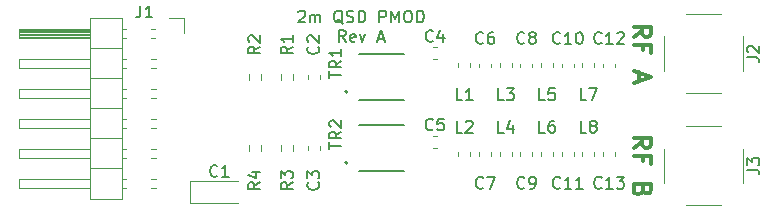
<source format=gbr>
G04 #@! TF.GenerationSoftware,KiCad,Pcbnew,5.1.10-1.fc33*
G04 #@! TF.CreationDate,2021-10-10T14:47:09-05:00*
G04 #@! TF.ProjectId,lvds_pmod,6c766473-5f70-46d6-9f64-2e6b69636164,A*
G04 #@! TF.SameCoordinates,Original*
G04 #@! TF.FileFunction,Legend,Top*
G04 #@! TF.FilePolarity,Positive*
%FSLAX46Y46*%
G04 Gerber Fmt 4.6, Leading zero omitted, Abs format (unit mm)*
G04 Created by KiCad (PCBNEW 5.1.10-1.fc33) date 2021-10-10 14:47:09*
%MOMM*%
%LPD*%
G01*
G04 APERTURE LIST*
%ADD10C,0.300000*%
%ADD11C,0.150000*%
%ADD12C,0.120000*%
%ADD13C,0.200000*%
%ADD14C,0.127000*%
G04 APERTURE END LIST*
D10*
X170571428Y-95000000D02*
X171285714Y-94500000D01*
X170571428Y-94142857D02*
X172071428Y-94142857D01*
X172071428Y-94714285D01*
X172000000Y-94857142D01*
X171928571Y-94928571D01*
X171785714Y-95000000D01*
X171571428Y-95000000D01*
X171428571Y-94928571D01*
X171357142Y-94857142D01*
X171285714Y-94714285D01*
X171285714Y-94142857D01*
X171357142Y-96142857D02*
X171357142Y-95642857D01*
X170571428Y-95642857D02*
X172071428Y-95642857D01*
X172071428Y-96357142D01*
X171357142Y-98571428D02*
X171285714Y-98785714D01*
X171214285Y-98857142D01*
X171071428Y-98928571D01*
X170857142Y-98928571D01*
X170714285Y-98857142D01*
X170642857Y-98785714D01*
X170571428Y-98642857D01*
X170571428Y-98071428D01*
X172071428Y-98071428D01*
X172071428Y-98571428D01*
X172000000Y-98714285D01*
X171928571Y-98785714D01*
X171785714Y-98857142D01*
X171642857Y-98857142D01*
X171500000Y-98785714D01*
X171428571Y-98714285D01*
X171357142Y-98571428D01*
X171357142Y-98071428D01*
X170571428Y-85607142D02*
X171285714Y-85107142D01*
X170571428Y-84750000D02*
X172071428Y-84750000D01*
X172071428Y-85321428D01*
X172000000Y-85464285D01*
X171928571Y-85535714D01*
X171785714Y-85607142D01*
X171571428Y-85607142D01*
X171428571Y-85535714D01*
X171357142Y-85464285D01*
X171285714Y-85321428D01*
X171285714Y-84750000D01*
X171357142Y-86750000D02*
X171357142Y-86250000D01*
X170571428Y-86250000D02*
X172071428Y-86250000D01*
X172071428Y-86964285D01*
X171000000Y-88607142D02*
X171000000Y-89321428D01*
X170571428Y-88464285D02*
X172071428Y-88964285D01*
X170571428Y-89464285D01*
D11*
X142190476Y-83472619D02*
X142238095Y-83425000D01*
X142333333Y-83377380D01*
X142571428Y-83377380D01*
X142666666Y-83425000D01*
X142714285Y-83472619D01*
X142761904Y-83567857D01*
X142761904Y-83663095D01*
X142714285Y-83805952D01*
X142142857Y-84377380D01*
X142761904Y-84377380D01*
X143190476Y-84377380D02*
X143190476Y-83710714D01*
X143190476Y-83805952D02*
X143238095Y-83758333D01*
X143333333Y-83710714D01*
X143476190Y-83710714D01*
X143571428Y-83758333D01*
X143619047Y-83853571D01*
X143619047Y-84377380D01*
X143619047Y-83853571D02*
X143666666Y-83758333D01*
X143761904Y-83710714D01*
X143904761Y-83710714D01*
X144000000Y-83758333D01*
X144047619Y-83853571D01*
X144047619Y-84377380D01*
X145952380Y-84472619D02*
X145857142Y-84425000D01*
X145761904Y-84329761D01*
X145619047Y-84186904D01*
X145523809Y-84139285D01*
X145428571Y-84139285D01*
X145476190Y-84377380D02*
X145380952Y-84329761D01*
X145285714Y-84234523D01*
X145238095Y-84044047D01*
X145238095Y-83710714D01*
X145285714Y-83520238D01*
X145380952Y-83425000D01*
X145476190Y-83377380D01*
X145666666Y-83377380D01*
X145761904Y-83425000D01*
X145857142Y-83520238D01*
X145904761Y-83710714D01*
X145904761Y-84044047D01*
X145857142Y-84234523D01*
X145761904Y-84329761D01*
X145666666Y-84377380D01*
X145476190Y-84377380D01*
X146285714Y-84329761D02*
X146428571Y-84377380D01*
X146666666Y-84377380D01*
X146761904Y-84329761D01*
X146809523Y-84282142D01*
X146857142Y-84186904D01*
X146857142Y-84091666D01*
X146809523Y-83996428D01*
X146761904Y-83948809D01*
X146666666Y-83901190D01*
X146476190Y-83853571D01*
X146380952Y-83805952D01*
X146333333Y-83758333D01*
X146285714Y-83663095D01*
X146285714Y-83567857D01*
X146333333Y-83472619D01*
X146380952Y-83425000D01*
X146476190Y-83377380D01*
X146714285Y-83377380D01*
X146857142Y-83425000D01*
X147285714Y-84377380D02*
X147285714Y-83377380D01*
X147523809Y-83377380D01*
X147666666Y-83425000D01*
X147761904Y-83520238D01*
X147809523Y-83615476D01*
X147857142Y-83805952D01*
X147857142Y-83948809D01*
X147809523Y-84139285D01*
X147761904Y-84234523D01*
X147666666Y-84329761D01*
X147523809Y-84377380D01*
X147285714Y-84377380D01*
X149047619Y-84377380D02*
X149047619Y-83377380D01*
X149428571Y-83377380D01*
X149523809Y-83425000D01*
X149571428Y-83472619D01*
X149619047Y-83567857D01*
X149619047Y-83710714D01*
X149571428Y-83805952D01*
X149523809Y-83853571D01*
X149428571Y-83901190D01*
X149047619Y-83901190D01*
X150047619Y-84377380D02*
X150047619Y-83377380D01*
X150380952Y-84091666D01*
X150714285Y-83377380D01*
X150714285Y-84377380D01*
X151380952Y-83377380D02*
X151571428Y-83377380D01*
X151666666Y-83425000D01*
X151761904Y-83520238D01*
X151809523Y-83710714D01*
X151809523Y-84044047D01*
X151761904Y-84234523D01*
X151666666Y-84329761D01*
X151571428Y-84377380D01*
X151380952Y-84377380D01*
X151285714Y-84329761D01*
X151190476Y-84234523D01*
X151142857Y-84044047D01*
X151142857Y-83710714D01*
X151190476Y-83520238D01*
X151285714Y-83425000D01*
X151380952Y-83377380D01*
X152238095Y-84377380D02*
X152238095Y-83377380D01*
X152476190Y-83377380D01*
X152619047Y-83425000D01*
X152714285Y-83520238D01*
X152761904Y-83615476D01*
X152809523Y-83805952D01*
X152809523Y-83948809D01*
X152761904Y-84139285D01*
X152714285Y-84234523D01*
X152619047Y-84329761D01*
X152476190Y-84377380D01*
X152238095Y-84377380D01*
X146190476Y-86027380D02*
X145857142Y-85551190D01*
X145619047Y-86027380D02*
X145619047Y-85027380D01*
X146000000Y-85027380D01*
X146095238Y-85075000D01*
X146142857Y-85122619D01*
X146190476Y-85217857D01*
X146190476Y-85360714D01*
X146142857Y-85455952D01*
X146095238Y-85503571D01*
X146000000Y-85551190D01*
X145619047Y-85551190D01*
X147000000Y-85979761D02*
X146904761Y-86027380D01*
X146714285Y-86027380D01*
X146619047Y-85979761D01*
X146571428Y-85884523D01*
X146571428Y-85503571D01*
X146619047Y-85408333D01*
X146714285Y-85360714D01*
X146904761Y-85360714D01*
X147000000Y-85408333D01*
X147047619Y-85503571D01*
X147047619Y-85598809D01*
X146571428Y-85694047D01*
X147380952Y-85360714D02*
X147619047Y-86027380D01*
X147857142Y-85360714D01*
X148952380Y-85741666D02*
X149428571Y-85741666D01*
X148857142Y-86027380D02*
X149190476Y-85027380D01*
X149523809Y-86027380D01*
D12*
X167260000Y-95328733D02*
X167260000Y-95671267D01*
X166240000Y-95328733D02*
X166240000Y-95671267D01*
X167260000Y-87828733D02*
X167260000Y-88171267D01*
X166240000Y-87828733D02*
X166240000Y-88171267D01*
X163760000Y-95328733D02*
X163760000Y-95671267D01*
X162740000Y-95328733D02*
X162740000Y-95671267D01*
X163760000Y-87828733D02*
X163760000Y-88171267D01*
X162740000Y-87828733D02*
X162740000Y-88171267D01*
X160260000Y-95328733D02*
X160260000Y-95671267D01*
X159240000Y-95328733D02*
X159240000Y-95671267D01*
X160260000Y-87828733D02*
X160260000Y-88171267D01*
X159240000Y-87828733D02*
X159240000Y-88171267D01*
X156760000Y-95328733D02*
X156760000Y-95671267D01*
X155740000Y-95328733D02*
X155740000Y-95671267D01*
X156760000Y-87828733D02*
X156760000Y-88171267D01*
X155740000Y-87828733D02*
X155740000Y-88171267D01*
X169010000Y-95353733D02*
X169010000Y-95646267D01*
X167990000Y-95353733D02*
X167990000Y-95646267D01*
X169010000Y-87853733D02*
X169010000Y-88146267D01*
X167990000Y-87853733D02*
X167990000Y-88146267D01*
X165510000Y-95353733D02*
X165510000Y-95646267D01*
X164490000Y-95353733D02*
X164490000Y-95646267D01*
X165510000Y-87853733D02*
X165510000Y-88146267D01*
X164490000Y-87853733D02*
X164490000Y-88146267D01*
X162010000Y-95353733D02*
X162010000Y-95646267D01*
X160990000Y-95353733D02*
X160990000Y-95646267D01*
X162010000Y-87853733D02*
X162010000Y-88146267D01*
X160990000Y-87853733D02*
X160990000Y-88146267D01*
X158510000Y-95353733D02*
X158510000Y-95646267D01*
X157490000Y-95353733D02*
X157490000Y-95646267D01*
X158510000Y-87853733D02*
X158510000Y-88146267D01*
X157490000Y-87853733D02*
X157490000Y-88146267D01*
X153609420Y-93990000D02*
X153890580Y-93990000D01*
X153609420Y-95010000D02*
X153890580Y-95010000D01*
X153609420Y-86490000D02*
X153890580Y-86490000D01*
X153609420Y-87510000D02*
X153890580Y-87510000D01*
D13*
X146350000Y-96250000D02*
G75*
G03*
X146350000Y-96250000I-100000J0D01*
G01*
D14*
X151155000Y-96963500D02*
X147345000Y-96963500D01*
X147345000Y-93036500D02*
X151155000Y-93036500D01*
D13*
X146350000Y-90250000D02*
G75*
G03*
X146350000Y-90250000I-100000J0D01*
G01*
D14*
X151155000Y-90963500D02*
X147345000Y-90963500D01*
X147345000Y-87036500D02*
X151155000Y-87036500D01*
D12*
X137977500Y-94745276D02*
X137977500Y-95254724D01*
X139022500Y-94745276D02*
X139022500Y-95254724D01*
X141772500Y-95254724D02*
X141772500Y-94745276D01*
X140727500Y-95254724D02*
X140727500Y-94745276D01*
X137977500Y-88745276D02*
X137977500Y-89254724D01*
X139022500Y-88745276D02*
X139022500Y-89254724D01*
X141772500Y-89254724D02*
X141772500Y-88745276D01*
X140727500Y-89254724D02*
X140727500Y-88745276D01*
X175050000Y-93145000D02*
X177950000Y-93145000D01*
X175050000Y-99855000D02*
X177950000Y-99855000D01*
X179855000Y-95050000D02*
X179855000Y-97950000D01*
X173145000Y-95050000D02*
X173145000Y-97950000D01*
X175050000Y-83645000D02*
X177950000Y-83645000D01*
X175050000Y-90355000D02*
X177950000Y-90355000D01*
X179855000Y-85550000D02*
X179855000Y-88450000D01*
X173145000Y-85550000D02*
X173145000Y-88450000D01*
X142990000Y-94853733D02*
X142990000Y-95146267D01*
X144010000Y-94853733D02*
X144010000Y-95146267D01*
X142990000Y-88853733D02*
X142990000Y-89146267D01*
X144010000Y-88853733D02*
X144010000Y-89146267D01*
X133015000Y-99685000D02*
X137100000Y-99685000D01*
X133015000Y-97815000D02*
X133015000Y-99685000D01*
X137100000Y-97815000D02*
X133015000Y-97815000D01*
X127220000Y-83975000D02*
X127220000Y-99335000D01*
X127220000Y-99335000D02*
X124560000Y-99335000D01*
X124560000Y-99335000D02*
X124560000Y-83975000D01*
X124560000Y-83975000D02*
X127220000Y-83975000D01*
X124560000Y-84925000D02*
X118560000Y-84925000D01*
X118560000Y-84925000D02*
X118560000Y-85685000D01*
X118560000Y-85685000D02*
X124560000Y-85685000D01*
X124560000Y-84985000D02*
X118560000Y-84985000D01*
X124560000Y-85105000D02*
X118560000Y-85105000D01*
X124560000Y-85225000D02*
X118560000Y-85225000D01*
X124560000Y-85345000D02*
X118560000Y-85345000D01*
X124560000Y-85465000D02*
X118560000Y-85465000D01*
X124560000Y-85585000D02*
X118560000Y-85585000D01*
X127617071Y-84925000D02*
X127220000Y-84925000D01*
X127617071Y-85685000D02*
X127220000Y-85685000D01*
X130090000Y-84925000D02*
X129702929Y-84925000D01*
X130090000Y-85685000D02*
X129702929Y-85685000D01*
X127220000Y-86575000D02*
X124560000Y-86575000D01*
X124560000Y-87465000D02*
X118560000Y-87465000D01*
X118560000Y-87465000D02*
X118560000Y-88225000D01*
X118560000Y-88225000D02*
X124560000Y-88225000D01*
X127617071Y-87465000D02*
X127220000Y-87465000D01*
X127617071Y-88225000D02*
X127220000Y-88225000D01*
X130157071Y-87465000D02*
X129702929Y-87465000D01*
X130157071Y-88225000D02*
X129702929Y-88225000D01*
X127220000Y-89115000D02*
X124560000Y-89115000D01*
X124560000Y-90005000D02*
X118560000Y-90005000D01*
X118560000Y-90005000D02*
X118560000Y-90765000D01*
X118560000Y-90765000D02*
X124560000Y-90765000D01*
X127617071Y-90005000D02*
X127220000Y-90005000D01*
X127617071Y-90765000D02*
X127220000Y-90765000D01*
X130157071Y-90005000D02*
X129702929Y-90005000D01*
X130157071Y-90765000D02*
X129702929Y-90765000D01*
X127220000Y-91655000D02*
X124560000Y-91655000D01*
X124560000Y-92545000D02*
X118560000Y-92545000D01*
X118560000Y-92545000D02*
X118560000Y-93305000D01*
X118560000Y-93305000D02*
X124560000Y-93305000D01*
X127617071Y-92545000D02*
X127220000Y-92545000D01*
X127617071Y-93305000D02*
X127220000Y-93305000D01*
X130157071Y-92545000D02*
X129702929Y-92545000D01*
X130157071Y-93305000D02*
X129702929Y-93305000D01*
X127220000Y-94195000D02*
X124560000Y-94195000D01*
X124560000Y-95085000D02*
X118560000Y-95085000D01*
X118560000Y-95085000D02*
X118560000Y-95845000D01*
X118560000Y-95845000D02*
X124560000Y-95845000D01*
X127617071Y-95085000D02*
X127220000Y-95085000D01*
X127617071Y-95845000D02*
X127220000Y-95845000D01*
X130157071Y-95085000D02*
X129702929Y-95085000D01*
X130157071Y-95845000D02*
X129702929Y-95845000D01*
X127220000Y-96735000D02*
X124560000Y-96735000D01*
X124560000Y-97625000D02*
X118560000Y-97625000D01*
X118560000Y-97625000D02*
X118560000Y-98385000D01*
X118560000Y-98385000D02*
X124560000Y-98385000D01*
X127617071Y-97625000D02*
X127220000Y-97625000D01*
X127617071Y-98385000D02*
X127220000Y-98385000D01*
X130157071Y-97625000D02*
X129702929Y-97625000D01*
X130157071Y-98385000D02*
X129702929Y-98385000D01*
X132470000Y-85305000D02*
X132470000Y-84035000D01*
X132470000Y-84035000D02*
X131200000Y-84035000D01*
D11*
X166583333Y-93702380D02*
X166107142Y-93702380D01*
X166107142Y-92702380D01*
X167059523Y-93130952D02*
X166964285Y-93083333D01*
X166916666Y-93035714D01*
X166869047Y-92940476D01*
X166869047Y-92892857D01*
X166916666Y-92797619D01*
X166964285Y-92750000D01*
X167059523Y-92702380D01*
X167250000Y-92702380D01*
X167345238Y-92750000D01*
X167392857Y-92797619D01*
X167440476Y-92892857D01*
X167440476Y-92940476D01*
X167392857Y-93035714D01*
X167345238Y-93083333D01*
X167250000Y-93130952D01*
X167059523Y-93130952D01*
X166964285Y-93178571D01*
X166916666Y-93226190D01*
X166869047Y-93321428D01*
X166869047Y-93511904D01*
X166916666Y-93607142D01*
X166964285Y-93654761D01*
X167059523Y-93702380D01*
X167250000Y-93702380D01*
X167345238Y-93654761D01*
X167392857Y-93607142D01*
X167440476Y-93511904D01*
X167440476Y-93321428D01*
X167392857Y-93226190D01*
X167345238Y-93178571D01*
X167250000Y-93130952D01*
X166583333Y-90952380D02*
X166107142Y-90952380D01*
X166107142Y-89952380D01*
X166821428Y-89952380D02*
X167488095Y-89952380D01*
X167059523Y-90952380D01*
X163083333Y-93702380D02*
X162607142Y-93702380D01*
X162607142Y-92702380D01*
X163845238Y-92702380D02*
X163654761Y-92702380D01*
X163559523Y-92750000D01*
X163511904Y-92797619D01*
X163416666Y-92940476D01*
X163369047Y-93130952D01*
X163369047Y-93511904D01*
X163416666Y-93607142D01*
X163464285Y-93654761D01*
X163559523Y-93702380D01*
X163750000Y-93702380D01*
X163845238Y-93654761D01*
X163892857Y-93607142D01*
X163940476Y-93511904D01*
X163940476Y-93273809D01*
X163892857Y-93178571D01*
X163845238Y-93130952D01*
X163750000Y-93083333D01*
X163559523Y-93083333D01*
X163464285Y-93130952D01*
X163416666Y-93178571D01*
X163369047Y-93273809D01*
X163083333Y-90952380D02*
X162607142Y-90952380D01*
X162607142Y-89952380D01*
X163892857Y-89952380D02*
X163416666Y-89952380D01*
X163369047Y-90428571D01*
X163416666Y-90380952D01*
X163511904Y-90333333D01*
X163750000Y-90333333D01*
X163845238Y-90380952D01*
X163892857Y-90428571D01*
X163940476Y-90523809D01*
X163940476Y-90761904D01*
X163892857Y-90857142D01*
X163845238Y-90904761D01*
X163750000Y-90952380D01*
X163511904Y-90952380D01*
X163416666Y-90904761D01*
X163369047Y-90857142D01*
X159583333Y-93702380D02*
X159107142Y-93702380D01*
X159107142Y-92702380D01*
X160345238Y-93035714D02*
X160345238Y-93702380D01*
X160107142Y-92654761D02*
X159869047Y-93369047D01*
X160488095Y-93369047D01*
X159583333Y-90952380D02*
X159107142Y-90952380D01*
X159107142Y-89952380D01*
X159821428Y-89952380D02*
X160440476Y-89952380D01*
X160107142Y-90333333D01*
X160250000Y-90333333D01*
X160345238Y-90380952D01*
X160392857Y-90428571D01*
X160440476Y-90523809D01*
X160440476Y-90761904D01*
X160392857Y-90857142D01*
X160345238Y-90904761D01*
X160250000Y-90952380D01*
X159964285Y-90952380D01*
X159869047Y-90904761D01*
X159821428Y-90857142D01*
X156083333Y-93702380D02*
X155607142Y-93702380D01*
X155607142Y-92702380D01*
X156369047Y-92797619D02*
X156416666Y-92750000D01*
X156511904Y-92702380D01*
X156750000Y-92702380D01*
X156845238Y-92750000D01*
X156892857Y-92797619D01*
X156940476Y-92892857D01*
X156940476Y-92988095D01*
X156892857Y-93130952D01*
X156321428Y-93702380D01*
X156940476Y-93702380D01*
X156083333Y-90952380D02*
X155607142Y-90952380D01*
X155607142Y-89952380D01*
X156940476Y-90952380D02*
X156369047Y-90952380D01*
X156654761Y-90952380D02*
X156654761Y-89952380D01*
X156559523Y-90095238D01*
X156464285Y-90190476D01*
X156369047Y-90238095D01*
X167857142Y-98357142D02*
X167809523Y-98404761D01*
X167666666Y-98452380D01*
X167571428Y-98452380D01*
X167428571Y-98404761D01*
X167333333Y-98309523D01*
X167285714Y-98214285D01*
X167238095Y-98023809D01*
X167238095Y-97880952D01*
X167285714Y-97690476D01*
X167333333Y-97595238D01*
X167428571Y-97500000D01*
X167571428Y-97452380D01*
X167666666Y-97452380D01*
X167809523Y-97500000D01*
X167857142Y-97547619D01*
X168809523Y-98452380D02*
X168238095Y-98452380D01*
X168523809Y-98452380D02*
X168523809Y-97452380D01*
X168428571Y-97595238D01*
X168333333Y-97690476D01*
X168238095Y-97738095D01*
X169142857Y-97452380D02*
X169761904Y-97452380D01*
X169428571Y-97833333D01*
X169571428Y-97833333D01*
X169666666Y-97880952D01*
X169714285Y-97928571D01*
X169761904Y-98023809D01*
X169761904Y-98261904D01*
X169714285Y-98357142D01*
X169666666Y-98404761D01*
X169571428Y-98452380D01*
X169285714Y-98452380D01*
X169190476Y-98404761D01*
X169142857Y-98357142D01*
X167857142Y-86107142D02*
X167809523Y-86154761D01*
X167666666Y-86202380D01*
X167571428Y-86202380D01*
X167428571Y-86154761D01*
X167333333Y-86059523D01*
X167285714Y-85964285D01*
X167238095Y-85773809D01*
X167238095Y-85630952D01*
X167285714Y-85440476D01*
X167333333Y-85345238D01*
X167428571Y-85250000D01*
X167571428Y-85202380D01*
X167666666Y-85202380D01*
X167809523Y-85250000D01*
X167857142Y-85297619D01*
X168809523Y-86202380D02*
X168238095Y-86202380D01*
X168523809Y-86202380D02*
X168523809Y-85202380D01*
X168428571Y-85345238D01*
X168333333Y-85440476D01*
X168238095Y-85488095D01*
X169190476Y-85297619D02*
X169238095Y-85250000D01*
X169333333Y-85202380D01*
X169571428Y-85202380D01*
X169666666Y-85250000D01*
X169714285Y-85297619D01*
X169761904Y-85392857D01*
X169761904Y-85488095D01*
X169714285Y-85630952D01*
X169142857Y-86202380D01*
X169761904Y-86202380D01*
X164357142Y-98357142D02*
X164309523Y-98404761D01*
X164166666Y-98452380D01*
X164071428Y-98452380D01*
X163928571Y-98404761D01*
X163833333Y-98309523D01*
X163785714Y-98214285D01*
X163738095Y-98023809D01*
X163738095Y-97880952D01*
X163785714Y-97690476D01*
X163833333Y-97595238D01*
X163928571Y-97500000D01*
X164071428Y-97452380D01*
X164166666Y-97452380D01*
X164309523Y-97500000D01*
X164357142Y-97547619D01*
X165309523Y-98452380D02*
X164738095Y-98452380D01*
X165023809Y-98452380D02*
X165023809Y-97452380D01*
X164928571Y-97595238D01*
X164833333Y-97690476D01*
X164738095Y-97738095D01*
X166261904Y-98452380D02*
X165690476Y-98452380D01*
X165976190Y-98452380D02*
X165976190Y-97452380D01*
X165880952Y-97595238D01*
X165785714Y-97690476D01*
X165690476Y-97738095D01*
X164357142Y-86107142D02*
X164309523Y-86154761D01*
X164166666Y-86202380D01*
X164071428Y-86202380D01*
X163928571Y-86154761D01*
X163833333Y-86059523D01*
X163785714Y-85964285D01*
X163738095Y-85773809D01*
X163738095Y-85630952D01*
X163785714Y-85440476D01*
X163833333Y-85345238D01*
X163928571Y-85250000D01*
X164071428Y-85202380D01*
X164166666Y-85202380D01*
X164309523Y-85250000D01*
X164357142Y-85297619D01*
X165309523Y-86202380D02*
X164738095Y-86202380D01*
X165023809Y-86202380D02*
X165023809Y-85202380D01*
X164928571Y-85345238D01*
X164833333Y-85440476D01*
X164738095Y-85488095D01*
X165928571Y-85202380D02*
X166023809Y-85202380D01*
X166119047Y-85250000D01*
X166166666Y-85297619D01*
X166214285Y-85392857D01*
X166261904Y-85583333D01*
X166261904Y-85821428D01*
X166214285Y-86011904D01*
X166166666Y-86107142D01*
X166119047Y-86154761D01*
X166023809Y-86202380D01*
X165928571Y-86202380D01*
X165833333Y-86154761D01*
X165785714Y-86107142D01*
X165738095Y-86011904D01*
X165690476Y-85821428D01*
X165690476Y-85583333D01*
X165738095Y-85392857D01*
X165785714Y-85297619D01*
X165833333Y-85250000D01*
X165928571Y-85202380D01*
X161333333Y-98357142D02*
X161285714Y-98404761D01*
X161142857Y-98452380D01*
X161047619Y-98452380D01*
X160904761Y-98404761D01*
X160809523Y-98309523D01*
X160761904Y-98214285D01*
X160714285Y-98023809D01*
X160714285Y-97880952D01*
X160761904Y-97690476D01*
X160809523Y-97595238D01*
X160904761Y-97500000D01*
X161047619Y-97452380D01*
X161142857Y-97452380D01*
X161285714Y-97500000D01*
X161333333Y-97547619D01*
X161809523Y-98452380D02*
X162000000Y-98452380D01*
X162095238Y-98404761D01*
X162142857Y-98357142D01*
X162238095Y-98214285D01*
X162285714Y-98023809D01*
X162285714Y-97642857D01*
X162238095Y-97547619D01*
X162190476Y-97500000D01*
X162095238Y-97452380D01*
X161904761Y-97452380D01*
X161809523Y-97500000D01*
X161761904Y-97547619D01*
X161714285Y-97642857D01*
X161714285Y-97880952D01*
X161761904Y-97976190D01*
X161809523Y-98023809D01*
X161904761Y-98071428D01*
X162095238Y-98071428D01*
X162190476Y-98023809D01*
X162238095Y-97976190D01*
X162285714Y-97880952D01*
X161333333Y-86107142D02*
X161285714Y-86154761D01*
X161142857Y-86202380D01*
X161047619Y-86202380D01*
X160904761Y-86154761D01*
X160809523Y-86059523D01*
X160761904Y-85964285D01*
X160714285Y-85773809D01*
X160714285Y-85630952D01*
X160761904Y-85440476D01*
X160809523Y-85345238D01*
X160904761Y-85250000D01*
X161047619Y-85202380D01*
X161142857Y-85202380D01*
X161285714Y-85250000D01*
X161333333Y-85297619D01*
X161904761Y-85630952D02*
X161809523Y-85583333D01*
X161761904Y-85535714D01*
X161714285Y-85440476D01*
X161714285Y-85392857D01*
X161761904Y-85297619D01*
X161809523Y-85250000D01*
X161904761Y-85202380D01*
X162095238Y-85202380D01*
X162190476Y-85250000D01*
X162238095Y-85297619D01*
X162285714Y-85392857D01*
X162285714Y-85440476D01*
X162238095Y-85535714D01*
X162190476Y-85583333D01*
X162095238Y-85630952D01*
X161904761Y-85630952D01*
X161809523Y-85678571D01*
X161761904Y-85726190D01*
X161714285Y-85821428D01*
X161714285Y-86011904D01*
X161761904Y-86107142D01*
X161809523Y-86154761D01*
X161904761Y-86202380D01*
X162095238Y-86202380D01*
X162190476Y-86154761D01*
X162238095Y-86107142D01*
X162285714Y-86011904D01*
X162285714Y-85821428D01*
X162238095Y-85726190D01*
X162190476Y-85678571D01*
X162095238Y-85630952D01*
X157833333Y-98357142D02*
X157785714Y-98404761D01*
X157642857Y-98452380D01*
X157547619Y-98452380D01*
X157404761Y-98404761D01*
X157309523Y-98309523D01*
X157261904Y-98214285D01*
X157214285Y-98023809D01*
X157214285Y-97880952D01*
X157261904Y-97690476D01*
X157309523Y-97595238D01*
X157404761Y-97500000D01*
X157547619Y-97452380D01*
X157642857Y-97452380D01*
X157785714Y-97500000D01*
X157833333Y-97547619D01*
X158166666Y-97452380D02*
X158833333Y-97452380D01*
X158404761Y-98452380D01*
X157833333Y-86107142D02*
X157785714Y-86154761D01*
X157642857Y-86202380D01*
X157547619Y-86202380D01*
X157404761Y-86154761D01*
X157309523Y-86059523D01*
X157261904Y-85964285D01*
X157214285Y-85773809D01*
X157214285Y-85630952D01*
X157261904Y-85440476D01*
X157309523Y-85345238D01*
X157404761Y-85250000D01*
X157547619Y-85202380D01*
X157642857Y-85202380D01*
X157785714Y-85250000D01*
X157833333Y-85297619D01*
X158690476Y-85202380D02*
X158500000Y-85202380D01*
X158404761Y-85250000D01*
X158357142Y-85297619D01*
X158261904Y-85440476D01*
X158214285Y-85630952D01*
X158214285Y-86011904D01*
X158261904Y-86107142D01*
X158309523Y-86154761D01*
X158404761Y-86202380D01*
X158595238Y-86202380D01*
X158690476Y-86154761D01*
X158738095Y-86107142D01*
X158785714Y-86011904D01*
X158785714Y-85773809D01*
X158738095Y-85678571D01*
X158690476Y-85630952D01*
X158595238Y-85583333D01*
X158404761Y-85583333D01*
X158309523Y-85630952D01*
X158261904Y-85678571D01*
X158214285Y-85773809D01*
X153583333Y-93427142D02*
X153535714Y-93474761D01*
X153392857Y-93522380D01*
X153297619Y-93522380D01*
X153154761Y-93474761D01*
X153059523Y-93379523D01*
X153011904Y-93284285D01*
X152964285Y-93093809D01*
X152964285Y-92950952D01*
X153011904Y-92760476D01*
X153059523Y-92665238D01*
X153154761Y-92570000D01*
X153297619Y-92522380D01*
X153392857Y-92522380D01*
X153535714Y-92570000D01*
X153583333Y-92617619D01*
X154488095Y-92522380D02*
X154011904Y-92522380D01*
X153964285Y-92998571D01*
X154011904Y-92950952D01*
X154107142Y-92903333D01*
X154345238Y-92903333D01*
X154440476Y-92950952D01*
X154488095Y-92998571D01*
X154535714Y-93093809D01*
X154535714Y-93331904D01*
X154488095Y-93427142D01*
X154440476Y-93474761D01*
X154345238Y-93522380D01*
X154107142Y-93522380D01*
X154011904Y-93474761D01*
X153964285Y-93427142D01*
X153583333Y-85927142D02*
X153535714Y-85974761D01*
X153392857Y-86022380D01*
X153297619Y-86022380D01*
X153154761Y-85974761D01*
X153059523Y-85879523D01*
X153011904Y-85784285D01*
X152964285Y-85593809D01*
X152964285Y-85450952D01*
X153011904Y-85260476D01*
X153059523Y-85165238D01*
X153154761Y-85070000D01*
X153297619Y-85022380D01*
X153392857Y-85022380D01*
X153535714Y-85070000D01*
X153583333Y-85117619D01*
X154440476Y-85355714D02*
X154440476Y-86022380D01*
X154202380Y-84974761D02*
X153964285Y-85689047D01*
X154583333Y-85689047D01*
X144817380Y-95086904D02*
X144817380Y-94515476D01*
X145817380Y-94801190D02*
X144817380Y-94801190D01*
X145817380Y-93610714D02*
X145341190Y-93944047D01*
X145817380Y-94182142D02*
X144817380Y-94182142D01*
X144817380Y-93801190D01*
X144865000Y-93705952D01*
X144912619Y-93658333D01*
X145007857Y-93610714D01*
X145150714Y-93610714D01*
X145245952Y-93658333D01*
X145293571Y-93705952D01*
X145341190Y-93801190D01*
X145341190Y-94182142D01*
X144912619Y-93229761D02*
X144865000Y-93182142D01*
X144817380Y-93086904D01*
X144817380Y-92848809D01*
X144865000Y-92753571D01*
X144912619Y-92705952D01*
X145007857Y-92658333D01*
X145103095Y-92658333D01*
X145245952Y-92705952D01*
X145817380Y-93277380D01*
X145817380Y-92658333D01*
X144817380Y-89086904D02*
X144817380Y-88515476D01*
X145817380Y-88801190D02*
X144817380Y-88801190D01*
X145817380Y-87610714D02*
X145341190Y-87944047D01*
X145817380Y-88182142D02*
X144817380Y-88182142D01*
X144817380Y-87801190D01*
X144865000Y-87705952D01*
X144912619Y-87658333D01*
X145007857Y-87610714D01*
X145150714Y-87610714D01*
X145245952Y-87658333D01*
X145293571Y-87705952D01*
X145341190Y-87801190D01*
X145341190Y-88182142D01*
X145817380Y-86658333D02*
X145817380Y-87229761D01*
X145817380Y-86944047D02*
X144817380Y-86944047D01*
X144960238Y-87039285D01*
X145055476Y-87134523D01*
X145103095Y-87229761D01*
X138952380Y-97916666D02*
X138476190Y-98250000D01*
X138952380Y-98488095D02*
X137952380Y-98488095D01*
X137952380Y-98107142D01*
X138000000Y-98011904D01*
X138047619Y-97964285D01*
X138142857Y-97916666D01*
X138285714Y-97916666D01*
X138380952Y-97964285D01*
X138428571Y-98011904D01*
X138476190Y-98107142D01*
X138476190Y-98488095D01*
X138285714Y-97059523D02*
X138952380Y-97059523D01*
X137904761Y-97297619D02*
X138619047Y-97535714D01*
X138619047Y-96916666D01*
X141702380Y-97916666D02*
X141226190Y-98250000D01*
X141702380Y-98488095D02*
X140702380Y-98488095D01*
X140702380Y-98107142D01*
X140750000Y-98011904D01*
X140797619Y-97964285D01*
X140892857Y-97916666D01*
X141035714Y-97916666D01*
X141130952Y-97964285D01*
X141178571Y-98011904D01*
X141226190Y-98107142D01*
X141226190Y-98488095D01*
X140702380Y-97583333D02*
X140702380Y-96964285D01*
X141083333Y-97297619D01*
X141083333Y-97154761D01*
X141130952Y-97059523D01*
X141178571Y-97011904D01*
X141273809Y-96964285D01*
X141511904Y-96964285D01*
X141607142Y-97011904D01*
X141654761Y-97059523D01*
X141702380Y-97154761D01*
X141702380Y-97440476D01*
X141654761Y-97535714D01*
X141607142Y-97583333D01*
X138952380Y-86416666D02*
X138476190Y-86750000D01*
X138952380Y-86988095D02*
X137952380Y-86988095D01*
X137952380Y-86607142D01*
X138000000Y-86511904D01*
X138047619Y-86464285D01*
X138142857Y-86416666D01*
X138285714Y-86416666D01*
X138380952Y-86464285D01*
X138428571Y-86511904D01*
X138476190Y-86607142D01*
X138476190Y-86988095D01*
X138047619Y-86035714D02*
X138000000Y-85988095D01*
X137952380Y-85892857D01*
X137952380Y-85654761D01*
X138000000Y-85559523D01*
X138047619Y-85511904D01*
X138142857Y-85464285D01*
X138238095Y-85464285D01*
X138380952Y-85511904D01*
X138952380Y-86083333D01*
X138952380Y-85464285D01*
X141702380Y-86416666D02*
X141226190Y-86750000D01*
X141702380Y-86988095D02*
X140702380Y-86988095D01*
X140702380Y-86607142D01*
X140750000Y-86511904D01*
X140797619Y-86464285D01*
X140892857Y-86416666D01*
X141035714Y-86416666D01*
X141130952Y-86464285D01*
X141178571Y-86511904D01*
X141226190Y-86607142D01*
X141226190Y-86988095D01*
X141702380Y-85464285D02*
X141702380Y-86035714D01*
X141702380Y-85750000D02*
X140702380Y-85750000D01*
X140845238Y-85845238D01*
X140940476Y-85940476D01*
X140988095Y-86035714D01*
X180202380Y-96833333D02*
X180916666Y-96833333D01*
X181059523Y-96880952D01*
X181154761Y-96976190D01*
X181202380Y-97119047D01*
X181202380Y-97214285D01*
X180202380Y-96452380D02*
X180202380Y-95833333D01*
X180583333Y-96166666D01*
X180583333Y-96023809D01*
X180630952Y-95928571D01*
X180678571Y-95880952D01*
X180773809Y-95833333D01*
X181011904Y-95833333D01*
X181107142Y-95880952D01*
X181154761Y-95928571D01*
X181202380Y-96023809D01*
X181202380Y-96309523D01*
X181154761Y-96404761D01*
X181107142Y-96452380D01*
X180202380Y-87333333D02*
X180916666Y-87333333D01*
X181059523Y-87380952D01*
X181154761Y-87476190D01*
X181202380Y-87619047D01*
X181202380Y-87714285D01*
X180297619Y-86904761D02*
X180250000Y-86857142D01*
X180202380Y-86761904D01*
X180202380Y-86523809D01*
X180250000Y-86428571D01*
X180297619Y-86380952D01*
X180392857Y-86333333D01*
X180488095Y-86333333D01*
X180630952Y-86380952D01*
X181202380Y-86952380D01*
X181202380Y-86333333D01*
X143857142Y-97916666D02*
X143904761Y-97964285D01*
X143952380Y-98107142D01*
X143952380Y-98202380D01*
X143904761Y-98345238D01*
X143809523Y-98440476D01*
X143714285Y-98488095D01*
X143523809Y-98535714D01*
X143380952Y-98535714D01*
X143190476Y-98488095D01*
X143095238Y-98440476D01*
X143000000Y-98345238D01*
X142952380Y-98202380D01*
X142952380Y-98107142D01*
X143000000Y-97964285D01*
X143047619Y-97916666D01*
X142952380Y-97583333D02*
X142952380Y-96964285D01*
X143333333Y-97297619D01*
X143333333Y-97154761D01*
X143380952Y-97059523D01*
X143428571Y-97011904D01*
X143523809Y-96964285D01*
X143761904Y-96964285D01*
X143857142Y-97011904D01*
X143904761Y-97059523D01*
X143952380Y-97154761D01*
X143952380Y-97440476D01*
X143904761Y-97535714D01*
X143857142Y-97583333D01*
X143857142Y-86416666D02*
X143904761Y-86464285D01*
X143952380Y-86607142D01*
X143952380Y-86702380D01*
X143904761Y-86845238D01*
X143809523Y-86940476D01*
X143714285Y-86988095D01*
X143523809Y-87035714D01*
X143380952Y-87035714D01*
X143190476Y-86988095D01*
X143095238Y-86940476D01*
X143000000Y-86845238D01*
X142952380Y-86702380D01*
X142952380Y-86607142D01*
X143000000Y-86464285D01*
X143047619Y-86416666D01*
X143047619Y-86035714D02*
X143000000Y-85988095D01*
X142952380Y-85892857D01*
X142952380Y-85654761D01*
X143000000Y-85559523D01*
X143047619Y-85511904D01*
X143142857Y-85464285D01*
X143238095Y-85464285D01*
X143380952Y-85511904D01*
X143952380Y-86083333D01*
X143952380Y-85464285D01*
X135333333Y-97357142D02*
X135285714Y-97404761D01*
X135142857Y-97452380D01*
X135047619Y-97452380D01*
X134904761Y-97404761D01*
X134809523Y-97309523D01*
X134761904Y-97214285D01*
X134714285Y-97023809D01*
X134714285Y-96880952D01*
X134761904Y-96690476D01*
X134809523Y-96595238D01*
X134904761Y-96500000D01*
X135047619Y-96452380D01*
X135142857Y-96452380D01*
X135285714Y-96500000D01*
X135333333Y-96547619D01*
X136285714Y-97452380D02*
X135714285Y-97452380D01*
X136000000Y-97452380D02*
X136000000Y-96452380D01*
X135904761Y-96595238D01*
X135809523Y-96690476D01*
X135714285Y-96738095D01*
X128821666Y-82952380D02*
X128821666Y-83666666D01*
X128774047Y-83809523D01*
X128678809Y-83904761D01*
X128535952Y-83952380D01*
X128440714Y-83952380D01*
X129821666Y-83952380D02*
X129250238Y-83952380D01*
X129535952Y-83952380D02*
X129535952Y-82952380D01*
X129440714Y-83095238D01*
X129345476Y-83190476D01*
X129250238Y-83238095D01*
M02*

</source>
